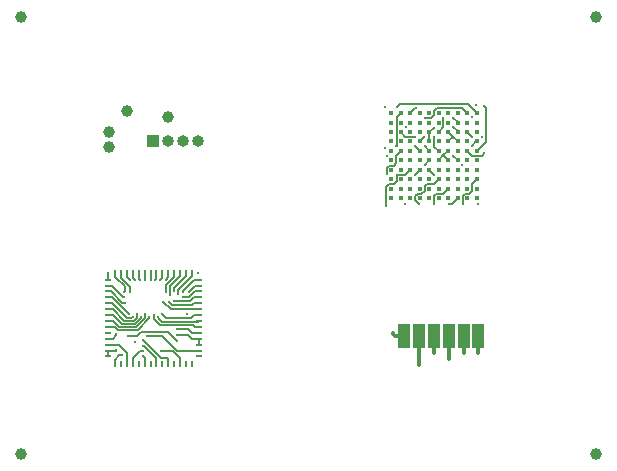
<source format=gbr>
G04 #@! TF.GenerationSoftware,KiCad,Pcbnew,(5.1.5)-3*
G04 #@! TF.CreationDate,2020-07-15T23:20:01-07:00*
G04 #@! TF.ProjectId,Miniscope-V4-Ephys-System,4d696e69-7363-46f7-9065-2d56342d4570,rev?*
G04 #@! TF.SameCoordinates,Original*
G04 #@! TF.FileFunction,Copper,L4,Bot*
G04 #@! TF.FilePolarity,Positive*
%FSLAX46Y46*%
G04 Gerber Fmt 4.6, Leading zero omitted, Abs format (unit mm)*
G04 Created by KiCad (PCBNEW (5.1.5)-3) date 2020-07-15 23:20:01*
%MOMM*%
%LPD*%
G04 APERTURE LIST*
%ADD10O,1.000000X1.000000*%
%ADD11R,1.000000X1.000000*%
%ADD12C,1.000000*%
%ADD13R,1.000000X2.000000*%
%ADD14C,0.370000*%
%ADD15R,0.610000X0.260000*%
%ADD16R,0.260000X0.610000*%
%ADD17C,0.300000*%
%ADD18C,0.152400*%
%ADD19C,0.304800*%
%ADD20C,0.203200*%
G04 APERTURE END LIST*
D10*
X115060000Y-115500000D03*
X113790000Y-115500000D03*
X112520000Y-115500000D03*
D11*
X111250000Y-115500000D03*
D12*
X112500000Y-113500000D03*
X109000000Y-113000000D03*
X107500000Y-114717400D03*
X107500000Y-116000000D03*
X100000000Y-142000000D03*
X100000000Y-105000000D03*
X148750000Y-105000000D03*
X148750000Y-142000000D03*
D13*
X132500000Y-132015800D03*
X137500000Y-132015800D03*
X135000000Y-132015800D03*
X133750000Y-132015800D03*
X136250000Y-132015800D03*
X138750000Y-132015800D03*
D14*
X131400000Y-120350000D03*
X132200000Y-120350000D03*
X133000000Y-120350000D03*
X133800000Y-120350000D03*
X134600000Y-120350000D03*
X135400000Y-120350000D03*
X136200000Y-120350000D03*
X137000000Y-120350000D03*
X137800000Y-120350000D03*
X138600000Y-120350000D03*
X131400000Y-119550000D03*
X132200000Y-119550000D03*
X133000000Y-119550000D03*
X133800000Y-119550000D03*
X134600000Y-119550000D03*
X135400000Y-119550000D03*
X136200000Y-119550000D03*
X137000000Y-119550000D03*
X137800000Y-119550000D03*
X138600000Y-119550000D03*
X131400000Y-118750000D03*
X132200000Y-118750000D03*
X133000000Y-118750000D03*
X133800000Y-118750000D03*
X134600000Y-118750000D03*
X135400000Y-118750000D03*
X136200000Y-118750000D03*
X137000000Y-118750000D03*
X137800000Y-118750000D03*
X138600000Y-118750000D03*
X131400000Y-117950000D03*
X132200000Y-117950000D03*
X133000000Y-117950000D03*
X133800000Y-117950000D03*
X134600000Y-117950000D03*
X135400000Y-117950000D03*
X136200000Y-117950000D03*
X137000000Y-117950000D03*
X137800000Y-117950000D03*
X138600000Y-117950000D03*
X131400000Y-117150000D03*
X132200000Y-117150000D03*
X133000000Y-117150000D03*
X133800000Y-117150000D03*
X134600000Y-117150000D03*
X135400000Y-117150000D03*
X136200000Y-117150000D03*
X137000000Y-117150000D03*
X137800000Y-117150000D03*
X138600000Y-117150000D03*
X131400000Y-116350000D03*
X132200000Y-116350000D03*
X133000000Y-116350000D03*
X133800000Y-116350000D03*
X134600000Y-116350000D03*
X135400000Y-116350000D03*
X136200000Y-116350000D03*
X137000000Y-116350000D03*
X137800000Y-116350000D03*
X138600000Y-116350000D03*
X131400000Y-115550000D03*
X132200000Y-115550000D03*
X133000000Y-115550000D03*
X133800000Y-115550000D03*
X134600000Y-115550000D03*
X135400000Y-115550000D03*
X136200000Y-115550000D03*
X137000000Y-115550000D03*
X137800000Y-115550000D03*
X138600000Y-115550000D03*
X131400000Y-114750000D03*
X132200000Y-114750000D03*
X133000000Y-114750000D03*
X133800000Y-114750000D03*
X134600000Y-114750000D03*
X135400000Y-114750000D03*
X136200000Y-114750000D03*
X137000000Y-114750000D03*
X137800000Y-114750000D03*
X138600000Y-114750000D03*
X131400000Y-113950000D03*
X132200000Y-113950000D03*
X133000000Y-113950000D03*
X133800000Y-113950000D03*
X134600000Y-113950000D03*
X135400000Y-113950000D03*
X136200000Y-113950000D03*
X137000000Y-113950000D03*
X137800000Y-113950000D03*
X138600000Y-113950000D03*
X131400000Y-113150000D03*
X132200000Y-113150000D03*
X133000000Y-113150000D03*
X133800000Y-113150000D03*
X134600000Y-113150000D03*
X135400000Y-113150000D03*
X136200000Y-113150000D03*
X137000000Y-113150000D03*
X137800000Y-113150000D03*
X138600000Y-113150000D03*
D15*
X115100000Y-127250000D03*
X115100000Y-127750000D03*
X115100000Y-128250000D03*
X115100000Y-128750000D03*
X115100000Y-129250000D03*
X115100000Y-129750000D03*
X115100000Y-130250000D03*
X115100000Y-130750000D03*
X115100000Y-131250000D03*
X115100000Y-131750000D03*
X115100000Y-132250000D03*
X115100000Y-132750000D03*
X115100000Y-133250000D03*
X115100000Y-133750000D03*
D16*
X114500000Y-134350000D03*
X114000000Y-134350000D03*
X113500000Y-134350000D03*
X113000000Y-134350000D03*
X112500000Y-134350000D03*
X112000000Y-134350000D03*
X111500000Y-134350000D03*
X111000000Y-134350000D03*
X110500000Y-134350000D03*
X110000000Y-134350000D03*
X109500000Y-134350000D03*
X109000000Y-134350000D03*
X108500000Y-134350000D03*
X108000000Y-134350000D03*
D15*
X107400000Y-133750000D03*
X107400000Y-133250000D03*
X107400000Y-132750000D03*
X107400000Y-132250000D03*
X107400000Y-131750000D03*
X107400000Y-131250000D03*
X107400000Y-130750000D03*
X107400000Y-130250000D03*
X107400000Y-129750000D03*
X107400000Y-129250000D03*
X107400000Y-128750000D03*
X107400000Y-128250000D03*
X107400000Y-127750000D03*
X107400000Y-127250000D03*
D16*
X108000000Y-126650000D03*
X108500000Y-126650000D03*
X109000000Y-126650000D03*
X109500000Y-126650000D03*
X110000000Y-126650000D03*
X110500000Y-126650000D03*
X111000000Y-126650000D03*
X111500000Y-126650000D03*
X112000000Y-126650000D03*
X112500000Y-126650000D03*
X113000000Y-126650000D03*
X113500000Y-126650000D03*
X114000000Y-126650000D03*
X114500000Y-126650000D03*
D17*
X138213800Y-115156600D03*
X135800800Y-113581800D03*
X135038800Y-115131200D03*
X133387800Y-118357000D03*
X134200600Y-115969400D03*
X136613600Y-116756800D03*
X131044800Y-116755800D03*
X132556400Y-120826800D03*
X133514800Y-112743596D03*
X132600400Y-114343800D03*
X130822400Y-112616600D03*
X136588200Y-115131200D03*
X135800800Y-116731400D03*
X133413200Y-115969400D03*
X134200600Y-117544200D03*
X114068200Y-130135200D03*
X115008000Y-126706200D03*
X113204600Y-131964000D03*
X108073800Y-131811600D03*
X111858400Y-133310200D03*
X108073800Y-133234000D03*
X109645600Y-132510806D03*
X131500012Y-131750000D03*
X138233000Y-113453800D03*
X137394800Y-117517800D03*
X138182200Y-115943000D03*
X109013600Y-133665800D03*
X110690000Y-132040200D03*
X113204600Y-132446600D03*
X109100000Y-132050000D03*
X138750000Y-133500000D03*
X139045800Y-115206400D03*
X138749984Y-120830016D03*
X108556400Y-133665800D03*
X136639000Y-114343800D03*
X134962600Y-114394600D03*
X134988000Y-118357000D03*
X130841600Y-116120800D03*
X134175200Y-115182000D03*
X136639000Y-113581800D03*
X131813000Y-115944000D03*
X114226990Y-128273190D03*
X113766594Y-128727200D03*
X113004608Y-129082800D03*
X112547400Y-129108200D03*
X112090200Y-129133600D03*
X111963200Y-130175000D03*
X111607600Y-130429000D03*
X111252000Y-130200400D03*
X110896400Y-130403600D03*
X110540800Y-130175000D03*
X110185200Y-130403600D03*
X109855000Y-130175000D03*
X109485827Y-130385478D03*
X109143800Y-130175000D03*
X108813600Y-129235200D03*
X108737400Y-128727200D03*
X113204600Y-131405200D03*
X107391200Y-126720600D03*
X108737400Y-128270000D03*
X109270800Y-128270000D03*
X109220000Y-127254000D03*
X109681997Y-127254000D03*
X110083600Y-127254000D03*
X110490000Y-127254000D03*
X110998000Y-127254000D03*
X111404400Y-127254000D03*
X111813314Y-127254773D03*
X112269339Y-127254929D03*
X112293400Y-128270000D03*
X112649000Y-128524000D03*
X112961327Y-128246308D03*
X113313595Y-128439179D03*
X113738000Y-128281000D03*
X136250000Y-134000000D03*
X133750000Y-134500000D03*
X135000000Y-133500000D03*
X137500000Y-133500000D03*
X130924000Y-121049400D03*
X131838400Y-118382400D03*
X130994000Y-118330602D03*
X136250005Y-120829995D03*
X133749974Y-120829974D03*
X135000000Y-120830024D03*
X137458600Y-120826800D03*
X110385200Y-132395800D03*
X110359800Y-132853000D03*
X110359800Y-133716600D03*
X110359800Y-133310200D03*
X139274400Y-116552600D03*
X139229800Y-112540400D03*
X138594800Y-112489600D03*
X133387800Y-115131200D03*
X134200600Y-113556400D03*
X131863800Y-112616600D03*
D18*
X137800000Y-114750000D02*
X137807200Y-114750000D01*
X137807200Y-114750000D02*
X138213800Y-115156600D01*
X135400000Y-114750000D02*
X135800800Y-114349200D01*
X135800800Y-114349200D02*
X135800800Y-113581800D01*
X133800000Y-117950000D02*
X133794800Y-117950000D01*
X133794800Y-117950000D02*
X133387800Y-118357000D01*
X134600000Y-116350000D02*
X134581200Y-116350000D01*
X134581200Y-116350000D02*
X134200600Y-115969400D01*
X137000000Y-117150000D02*
X137000000Y-117143200D01*
X137000000Y-117143200D02*
X136613600Y-116756800D01*
X135037199Y-115987199D02*
X135037199Y-115132801D01*
X135037199Y-115132801D02*
X135038800Y-115131200D01*
X135400000Y-116350000D02*
X135037199Y-115987199D01*
X133406404Y-112743596D02*
X133000000Y-113150000D01*
X133514800Y-112743596D02*
X133406404Y-112743596D01*
X136200000Y-114750000D02*
X136207000Y-114750000D01*
X136207000Y-114750000D02*
X136588200Y-115131200D01*
X136200000Y-115519400D02*
X136588200Y-115131200D01*
X136200000Y-115550000D02*
X136200000Y-115519400D01*
X137000000Y-115543000D02*
X136588200Y-115131200D01*
X137000000Y-115550000D02*
X137000000Y-115543000D01*
X136200000Y-116350000D02*
X136182200Y-116350000D01*
X136182200Y-116350000D02*
X135800800Y-116731400D01*
X136200000Y-117130600D02*
X135800800Y-116731400D01*
X136200000Y-117150000D02*
X136200000Y-117130600D01*
X135400000Y-117132200D02*
X135800800Y-116731400D01*
X135400000Y-117150000D02*
X135400000Y-117132200D01*
X133800000Y-116350000D02*
X133793800Y-116350000D01*
X133793800Y-116350000D02*
X133413200Y-115969400D01*
X134600000Y-117150000D02*
X134594800Y-117150000D01*
X134594800Y-117150000D02*
X134200600Y-117544200D01*
X115100000Y-132750000D02*
X115100000Y-132250000D01*
X114195200Y-131964000D02*
X113204600Y-131964000D01*
X115100000Y-132250000D02*
X114481200Y-132250000D01*
X114481200Y-132250000D02*
X114195200Y-131964000D01*
X107400000Y-133750000D02*
X107400000Y-133250000D01*
X108073800Y-131964000D02*
X108073800Y-131811600D01*
X107400000Y-132250000D02*
X107787800Y-132250000D01*
X107787800Y-132250000D02*
X108073800Y-131964000D01*
X113500000Y-134350000D02*
X113500000Y-133892600D01*
X112917600Y-133310200D02*
X111858400Y-133310200D01*
X113500000Y-133892600D02*
X112917600Y-133310200D01*
X107400000Y-133250000D02*
X108057800Y-133250000D01*
X108057800Y-133250000D02*
X108073800Y-133234000D01*
D19*
X131695200Y-132015800D02*
X131500012Y-131820612D01*
X131500012Y-131820612D02*
X131500012Y-131750000D01*
X132500000Y-132015800D02*
X131695200Y-132015800D01*
D18*
X138600000Y-115550000D02*
X138575200Y-115550000D01*
X138575200Y-115550000D02*
X138182200Y-115943000D01*
X109000000Y-134350000D02*
X109000000Y-133679400D01*
X109000000Y-133679400D02*
X109013600Y-133665800D01*
X109013600Y-133453668D02*
X109013600Y-133665800D01*
X108309932Y-132750000D02*
X109013600Y-133453668D01*
X107400000Y-132750000D02*
X108309932Y-132750000D01*
X112006824Y-132040200D02*
X110690000Y-132040200D01*
X115100000Y-133250000D02*
X113216624Y-133250000D01*
X113216624Y-133250000D02*
X112006824Y-132040200D01*
X109843200Y-132050000D02*
X109100000Y-132050000D01*
X113204600Y-132446600D02*
X112470399Y-131712399D01*
X110180801Y-131712399D02*
X109843200Y-132050000D01*
X112470399Y-131712399D02*
X110180801Y-131712399D01*
D19*
X138750000Y-132015800D02*
X138750000Y-133500000D01*
D18*
X108353200Y-133665800D02*
X108556400Y-133665800D01*
X108000000Y-134350000D02*
X108000000Y-134019000D01*
X108000000Y-134019000D02*
X108353200Y-133665800D01*
X137000000Y-114750000D02*
X137000000Y-114704800D01*
X137000000Y-114704800D02*
X136639000Y-114343800D01*
X134600000Y-114750000D02*
X134607200Y-114750000D01*
X134607200Y-114750000D02*
X134962600Y-114394600D01*
X134600000Y-115550000D02*
X134600000Y-114750000D01*
X134600000Y-117950000D02*
X134600000Y-117969000D01*
X134600000Y-117969000D02*
X134988000Y-118357000D01*
X133800000Y-115550000D02*
X133807200Y-115550000D01*
X133807200Y-115550000D02*
X134175200Y-115182000D01*
X137000000Y-113950000D02*
X137000000Y-113942800D01*
X137000000Y-113942800D02*
X136639000Y-113581800D01*
X131837199Y-115919801D02*
X131813000Y-115944000D01*
X132200000Y-113150000D02*
X131837199Y-113512801D01*
X131837199Y-113512801D02*
X131837199Y-115919801D01*
X115100000Y-127750000D02*
X114750180Y-127750000D01*
X114750180Y-127750000D02*
X114226990Y-128273190D01*
X114258126Y-128727200D02*
X113978726Y-128727200D01*
X113978726Y-128727200D02*
X113766594Y-128727200D01*
X114735326Y-128250000D02*
X114258126Y-128727200D01*
X115100000Y-128250000D02*
X114735326Y-128250000D01*
X115100000Y-128750000D02*
X114642600Y-128750000D01*
X114642600Y-128750000D02*
X114309800Y-129082800D01*
X114309800Y-129082800D02*
X113216740Y-129082800D01*
X113216740Y-129082800D02*
X113004608Y-129082800D01*
X112849801Y-129410601D02*
X112547400Y-129108200D01*
X114481999Y-129410601D02*
X112849801Y-129410601D01*
X115100000Y-129250000D02*
X114642600Y-129250000D01*
X114642600Y-129250000D02*
X114481999Y-129410601D01*
X112090200Y-129136146D02*
X112090200Y-129133600D01*
X115100000Y-129750000D02*
X112704054Y-129750000D01*
X112704054Y-129750000D02*
X112090200Y-129136146D01*
X115100000Y-130250000D02*
X114682200Y-130250000D01*
X114682200Y-130250000D02*
X114452400Y-130479800D01*
X112268000Y-130479800D02*
X111963200Y-130175000D01*
X114452400Y-130479800D02*
X112268000Y-130479800D01*
X111757599Y-130578999D02*
X111607600Y-130429000D01*
X115100000Y-130750000D02*
X115054400Y-130795600D01*
X111974200Y-130795600D02*
X111757599Y-130578999D01*
X115054400Y-130795600D02*
X111974200Y-130795600D01*
X111252000Y-130412532D02*
X111252000Y-130200400D01*
X114739773Y-131250000D02*
X114564773Y-131075000D01*
X115100000Y-131250000D02*
X114739773Y-131250000D01*
X114564773Y-131075000D02*
X111768454Y-131075000D01*
X111768454Y-131075000D02*
X111252000Y-130558546D01*
X111252000Y-130558546D02*
X111252000Y-130412532D01*
X107998176Y-131250000D02*
X108267017Y-131518839D01*
X107400000Y-131250000D02*
X107998176Y-131250000D01*
X108267017Y-131518839D02*
X109915285Y-131518838D01*
X110896400Y-130537723D02*
X110896400Y-130403600D01*
X109915285Y-131518838D02*
X110896400Y-130537723D01*
X107857400Y-130750000D02*
X108372230Y-131264830D01*
X107400000Y-130750000D02*
X107857400Y-130750000D01*
X109810070Y-131264829D02*
X110540800Y-130534099D01*
X110540800Y-130534099D02*
X110540800Y-130175000D01*
X108372230Y-131264830D02*
X109810070Y-131264829D01*
X108582620Y-131010820D02*
X109704855Y-131010820D01*
X110185200Y-130530475D02*
X110185200Y-130403600D01*
X109704855Y-131010820D02*
X110185200Y-130530475D01*
X107400000Y-130250000D02*
X107821800Y-130250000D01*
X107821800Y-130250000D02*
X108582620Y-131010820D01*
X109599640Y-130756811D02*
X109855000Y-130501451D01*
X109855000Y-130501451D02*
X109855000Y-130175000D01*
X108795426Y-130756811D02*
X109599640Y-130756811D01*
X107400000Y-129750000D02*
X107788615Y-129750000D01*
X107788615Y-129750000D02*
X108795426Y-130756811D01*
X109368504Y-130502801D02*
X109485827Y-130385478D01*
X108986455Y-130502801D02*
X109368504Y-130502801D01*
X107400000Y-129250000D02*
X107733654Y-129250000D01*
X107733654Y-129250000D02*
X108986455Y-130502801D01*
X107718800Y-128750000D02*
X109143800Y-130175000D01*
X107400000Y-128750000D02*
X107718800Y-128750000D01*
X107400000Y-128250000D02*
X107616268Y-128250000D01*
X107616268Y-128250000D02*
X108601468Y-129235200D01*
X108601468Y-129235200D02*
X108813600Y-129235200D01*
X107400000Y-127750000D02*
X107732254Y-127750000D01*
X108709454Y-128727200D02*
X108737400Y-128727200D01*
X107732254Y-127750000D02*
X108709454Y-128727200D01*
X113416732Y-131405200D02*
X113204600Y-131405200D01*
X114195200Y-131405200D02*
X113416732Y-131405200D01*
X115100000Y-131750000D02*
X114540000Y-131750000D01*
X114540000Y-131750000D02*
X114195200Y-131405200D01*
X107400000Y-127250000D02*
X107400000Y-126729400D01*
X107400000Y-126729400D02*
X107391200Y-126720600D01*
X108000000Y-127024600D02*
X108800000Y-127824600D01*
X108000000Y-126650000D02*
X108000000Y-127024600D01*
X108800000Y-127824600D02*
X108800000Y-128207400D01*
X108800000Y-128207400D02*
X108737400Y-128270000D01*
X108500000Y-127107400D02*
X109270800Y-127878200D01*
X109270800Y-128057868D02*
X109270800Y-128270000D01*
X108500000Y-126650000D02*
X108500000Y-127107400D01*
X109270800Y-127878200D02*
X109270800Y-128057868D01*
X109000000Y-127034000D02*
X109000000Y-126650000D01*
X109220000Y-127254000D02*
X109000000Y-127034000D01*
X109500000Y-127072003D02*
X109681997Y-127254000D01*
X109500000Y-126650000D02*
X109500000Y-127072003D01*
X110000000Y-127170400D02*
X110083600Y-127254000D01*
X110000000Y-126650000D02*
X110000000Y-127170400D01*
X110490000Y-126660000D02*
X110500000Y-126650000D01*
X110490000Y-127254000D02*
X110490000Y-126660000D01*
X110998000Y-126652000D02*
X111000000Y-126650000D01*
X110998000Y-127254000D02*
X110998000Y-126652000D01*
X111500000Y-127158400D02*
X111404400Y-127254000D01*
X111500000Y-126650000D02*
X111500000Y-127158400D01*
X112000000Y-127068087D02*
X111813314Y-127254773D01*
X112000000Y-126650000D02*
X112000000Y-127068087D01*
X112500000Y-127024268D02*
X112500000Y-126650000D01*
X112269339Y-127254929D02*
X112500000Y-127024268D01*
X112293400Y-127706300D02*
X112293400Y-128270000D01*
X113000000Y-126650000D02*
X113000000Y-126999700D01*
X113000000Y-126999700D02*
X112293400Y-127706300D01*
X112633525Y-128508525D02*
X112649000Y-128524000D01*
X112633525Y-127785275D02*
X112633525Y-128508525D01*
X113500000Y-126650000D02*
X113500000Y-126918800D01*
X113500000Y-126918800D02*
X112633525Y-127785275D01*
X112961327Y-127940073D02*
X112961327Y-128246308D01*
X114000000Y-126650000D02*
X114000000Y-126901400D01*
X114000000Y-126901400D02*
X112961327Y-127940073D01*
X113313595Y-128095805D02*
X113313595Y-128439179D01*
X114500000Y-126650000D02*
X114500000Y-126909400D01*
X114500000Y-126909400D02*
X113313595Y-128095805D01*
X113738000Y-128230200D02*
X113738000Y-128281000D01*
X115100000Y-127250000D02*
X114718200Y-127250000D01*
X114718200Y-127250000D02*
X113738000Y-128230200D01*
D19*
X136250000Y-132015800D02*
X136250000Y-134000000D01*
X133750000Y-132015800D02*
X133750000Y-134500000D01*
X135000000Y-132015800D02*
X135000000Y-133500000D01*
X137500000Y-132015800D02*
X137500000Y-133500000D01*
D18*
X133000000Y-117950000D02*
X132567600Y-118382400D01*
X132567600Y-118382400D02*
X131838400Y-118382400D01*
X130924000Y-120837268D02*
X130924000Y-121049400D01*
X130924000Y-119418327D02*
X130924000Y-120837268D01*
X131197927Y-119144400D02*
X130924000Y-119418327D01*
X131838400Y-118574654D02*
X131837199Y-118575855D01*
X131837199Y-118917001D02*
X131609800Y-119144400D01*
X131609800Y-119144400D02*
X131197927Y-119144400D01*
X131838400Y-118382400D02*
X131838400Y-118574654D01*
X131837199Y-118575855D02*
X131837199Y-118917001D01*
X131225855Y-117587199D02*
X130994000Y-117819054D01*
X131574145Y-117587199D02*
X131225855Y-117587199D01*
X130994000Y-118118470D02*
X130994000Y-118330602D01*
X132200000Y-116350000D02*
X131787600Y-116762400D01*
X131787600Y-117373744D02*
X131574145Y-117587199D01*
X130994000Y-117819054D02*
X130994000Y-118118470D01*
X131787600Y-116762400D02*
X131787600Y-117373744D01*
D20*
X137000000Y-120350000D02*
X137000000Y-120348800D01*
D18*
X137000000Y-120348800D02*
X136518805Y-120829995D01*
X136462137Y-120829995D02*
X136250005Y-120829995D01*
X136518805Y-120829995D02*
X136462137Y-120829995D01*
X134219800Y-119344437D02*
X134219800Y-119702200D01*
X135400000Y-118750000D02*
X135006600Y-119143400D01*
X134219800Y-119702200D02*
X133934801Y-119987199D01*
X133599975Y-120679975D02*
X133749974Y-120829974D01*
X133934801Y-119987199D02*
X133625855Y-119987199D01*
X133430306Y-120510306D02*
X133599975Y-120679975D01*
X133625855Y-119987199D02*
X133430306Y-120182748D01*
X134420837Y-119143400D02*
X134219800Y-119344437D01*
X135006600Y-119143400D02*
X134420837Y-119143400D01*
X133430306Y-120182748D02*
X133430306Y-120510306D01*
X135000000Y-120169992D02*
X135000000Y-120617892D01*
X135000000Y-120617892D02*
X135000000Y-120830024D01*
X135182793Y-119987199D02*
X135000000Y-120169992D01*
X136200000Y-119550000D02*
X135762801Y-119987199D01*
X135762801Y-119987199D02*
X135182793Y-119987199D01*
X138207600Y-119747447D02*
X137998847Y-119956200D01*
X138600000Y-118750000D02*
X138207600Y-119142400D01*
X138207600Y-119142400D02*
X138207600Y-119747447D01*
X137437199Y-120175855D02*
X137437199Y-120593267D01*
X137458600Y-120614668D02*
X137458600Y-120826800D01*
X137437199Y-120593267D02*
X137458600Y-120614668D01*
X137656854Y-119956200D02*
X137437199Y-120175855D01*
X137998847Y-119956200D02*
X137656854Y-119956200D01*
X111856599Y-133867199D02*
X110385200Y-132395800D01*
X112474599Y-133867199D02*
X111856599Y-133867199D01*
X112500000Y-134350000D02*
X112500000Y-133892600D01*
X112500000Y-133892600D02*
X112474599Y-133867199D01*
X110460400Y-132853000D02*
X110359800Y-132853000D01*
X111500000Y-134350000D02*
X111500000Y-133892600D01*
X111500000Y-133892600D02*
X110460400Y-132853000D01*
X110500000Y-134350000D02*
X110500000Y-133856800D01*
X110500000Y-133856800D02*
X110359800Y-133716600D01*
X110082400Y-133310200D02*
X110359800Y-133310200D01*
X109500000Y-134350000D02*
X109500000Y-133892600D01*
X109500000Y-133892600D02*
X110082400Y-133310200D01*
X139071200Y-116755800D02*
X139124401Y-116702599D01*
X137800000Y-116350000D02*
X138205800Y-116755800D01*
X139124401Y-116702599D02*
X139274400Y-116552600D01*
X138205800Y-116755800D02*
X139071200Y-116755800D01*
X139376000Y-115574000D02*
X138600000Y-116350000D01*
X139229800Y-112540400D02*
X139376000Y-112686600D01*
X139376000Y-112686600D02*
X139376000Y-115574000D01*
X132200000Y-114750000D02*
X132219200Y-114750000D01*
X132200000Y-114750000D02*
X132581200Y-115131200D01*
X132581200Y-115131200D02*
X133387800Y-115131200D01*
X137342800Y-112692800D02*
X135267400Y-112692800D01*
X134784800Y-113556400D02*
X134200600Y-113556400D01*
X135267400Y-112692800D02*
X135013400Y-112946800D01*
X137800000Y-113150000D02*
X137342800Y-112692800D01*
X135013400Y-112946800D02*
X135013400Y-113327800D01*
X135013400Y-113327800D02*
X134784800Y-113556400D01*
X132013799Y-112466601D02*
X131863800Y-112616600D01*
X132064605Y-112415795D02*
X132013799Y-112466601D01*
X137865795Y-112415795D02*
X132064605Y-112415795D01*
X138600000Y-113150000D02*
X137865795Y-112415795D01*
M02*

</source>
